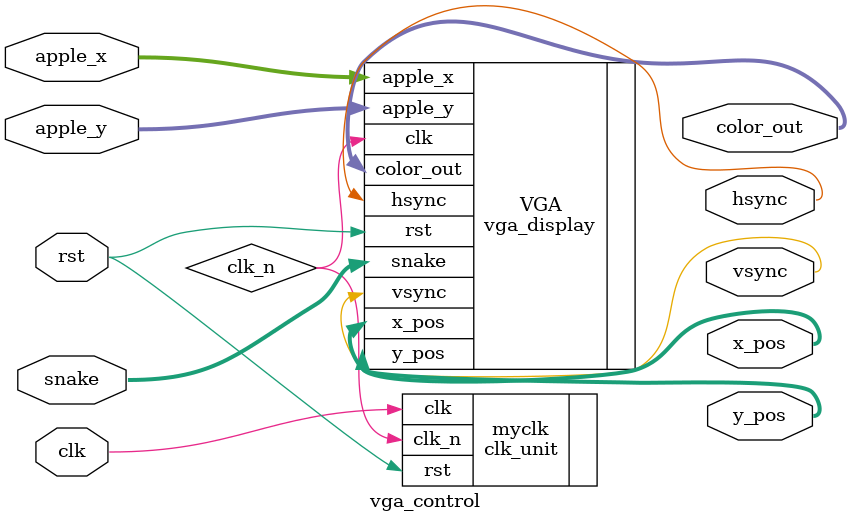
<source format=v>
/*
 * @Discription:  VGA控制模块 整合时钟并生成坐标和相关显示
 * @Author: Qin Boyu
 * @Date: 2019-05-07 23:17:17
 * @LastEditTime: 2019-05-13 16:33:20
 */
`timescale 1ns / 1ps

module vga_control(
	input clk,
    input rst,

    input [1:0]snake,
    input [5:0]apple_x,
    input [4:0]apple_y,
    output [9:0]x_pos,
    output [9:0]y_pos,    
    output hsync,
    output vsync,
    output [11:0] color_out
    );
    
    wire clk_n;
    
    clk_unit myclk(
        .clk(clk),
        .rst(rst),
        .clk_n(clk_n)
    );


    vga_display VGA
(
		.clk(clk_n),
		.rst(rst),
		.hsync(hsync),
		.vsync(vsync),
		.snake(snake),
        .color_out(color_out),
		.x_pos(x_pos),
		.y_pos(y_pos),
		.apple_x(apple_x),
		.apple_y(apple_y)
	);
endmodule

</source>
